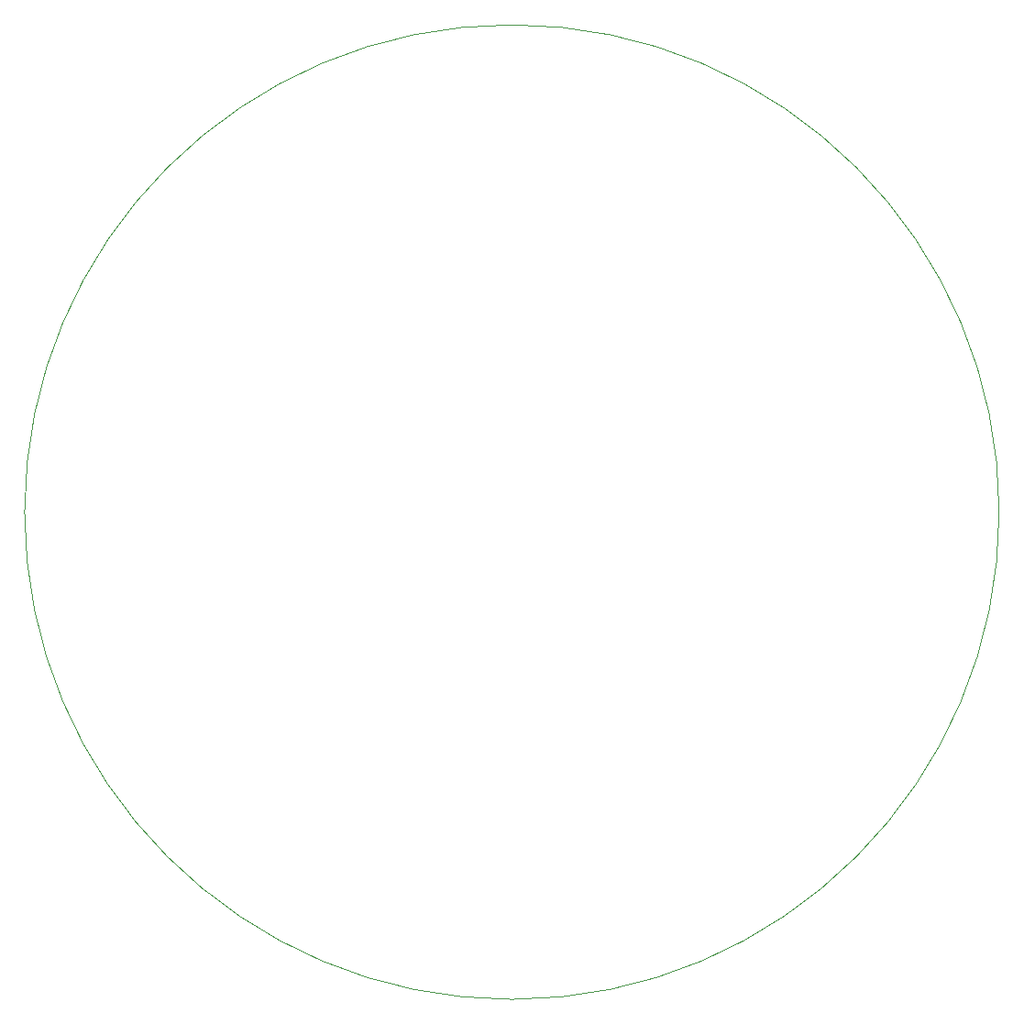
<source format=gbr>
%TF.GenerationSoftware,KiCad,Pcbnew,6.0.4*%
%TF.CreationDate,2022-05-06T01:24:21+02:00*%
%TF.ProjectId,FrisbeeMitBiene02,46726973-6265-4654-9d69-744269656e65,rev?*%
%TF.SameCoordinates,Original*%
%TF.FileFunction,Profile,NP*%
%FSLAX46Y46*%
G04 Gerber Fmt 4.6, Leading zero omitted, Abs format (unit mm)*
G04 Created by KiCad (PCBNEW 6.0.4) date 2022-05-06 01:24:21*
%MOMM*%
%LPD*%
G01*
G04 APERTURE LIST*
%TA.AperFunction,Profile*%
%ADD10C,0.050000*%
%TD*%
G04 APERTURE END LIST*
D10*
X195000000Y-110000000D02*
G75*
G03*
X195000000Y-110000000I-45000000J0D01*
G01*
M02*

</source>
